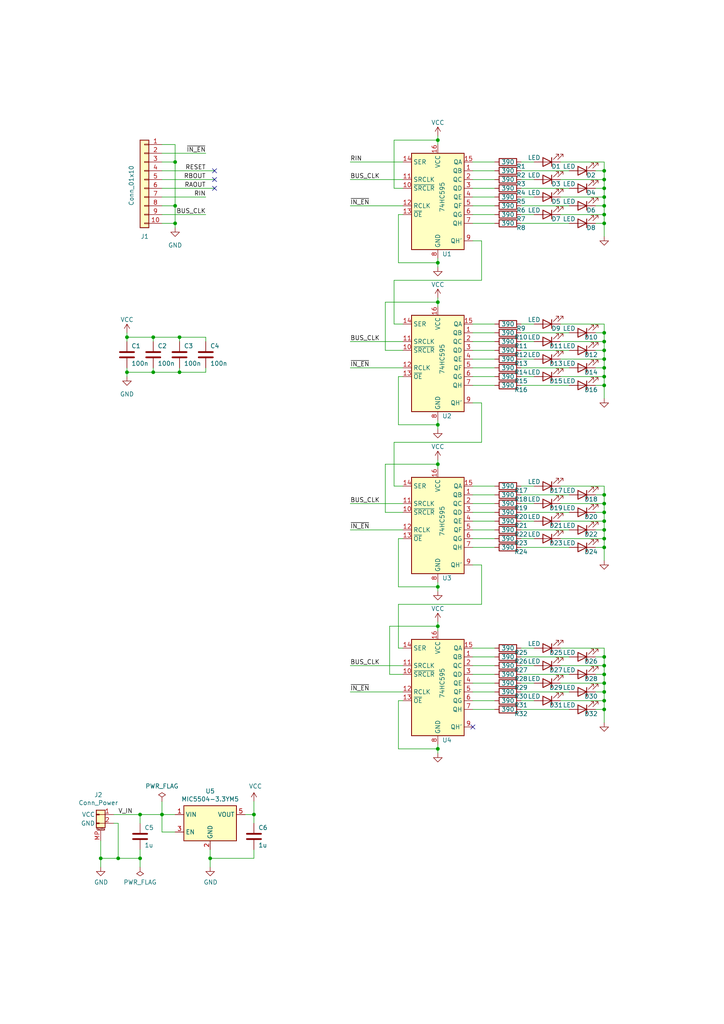
<source format=kicad_sch>
(kicad_sch (version 20211123) (generator eeschema)
  (paper "A4" portrait)
  (lib_symbols
    (symbol "74xx:74HC595"
      (property "Reference" "U" (at -7.62 13.97 0))
      (property "Value" "74HC595" (at -7.62 -16.51 0))
      (symbol "74HC595_1_0"
        (pin tri_state line (at 10.16 7.62 180) (length 2.54) (name "QB") (number "1"))
        (pin input line (at -10.16 2.54 0) (length 2.54) (name "~{SRCLR}") (number "10"))
        (pin input line (at -10.16 5.08 0) (length 2.54) (name "SRCLK") (number "11"))
        (pin input line (at -10.16 -2.54 0) (length 2.54) (name "RCLK") (number "12"))
        (pin input line (at -10.16 -5.08 0) (length 2.54) (name "~{OE}") (number "13"))
        (pin input line (at -10.16 10.16 0) (length 2.54) (name "SER") (number "14"))
        (pin tri_state line (at 10.16 10.16 180) (length 2.54) (name "QA") (number "15"))
        (pin power_in line (at 0 15.24 270) (length 2.54) (name "VCC") (number "16"))
        (pin tri_state line (at 10.16 5.08 180) (length 2.54) (name "QC") (number "2"))
        (pin tri_state line (at 10.16 2.54 180) (length 2.54) (name "QD") (number "3"))
        (pin tri_state line (at 10.16 0 180) (length 2.54) (name "QE") (number "4"))
        (pin tri_state line (at 10.16 -2.54 180) (length 2.54) (name "QF") (number "5"))
        (pin tri_state line (at 10.16 -5.08 180) (length 2.54) (name "QG") (number "6"))
        (pin tri_state line (at 10.16 -7.62 180) (length 2.54) (name "QH") (number "7"))
        (pin power_in line (at 0 -17.78 90) (length 2.54) (name "GND") (number "8"))
        (pin output line (at 10.16 -12.7 180) (length 2.54) (name "QH'") (number "9"))
      )
      (symbol "74HC595_1_1"
        (rectangle (start -7.62 12.7) (end 7.62 -15.24) (stroke (width 0.254)) (fill (type background)))
      )
    )
    (symbol "Connector_Generic:Conn_01x10" (pin_names (offset 1.016) hide)
      (property "Reference" "J" (at 0 12.7 0))
      (property "Value" "Conn_01x10" (at 0 -15.24 0))
      (symbol "Conn_01x10_1_1"
        (rectangle (start -1.27 -12.573) (end 0 -12.827) (stroke (width 0.1524)))
        (rectangle (start -1.27 -10.033) (end 0 -10.287) (stroke (width 0.1524)))
        (rectangle (start -1.27 -7.493) (end 0 -7.747) (stroke (width 0.1524)))
        (rectangle (start -1.27 -4.953) (end 0 -5.207) (stroke (width 0.1524)))
        (rectangle (start -1.27 -2.413) (end 0 -2.667) (stroke (width 0.1524)))
        (rectangle (start -1.27 0.127) (end 0 -0.127) (stroke (width 0.1524)))
        (rectangle (start -1.27 2.667) (end 0 2.413) (stroke (width 0.1524)))
        (rectangle (start -1.27 5.207) (end 0 4.953) (stroke (width 0.1524)))
        (rectangle (start -1.27 7.747) (end 0 7.493) (stroke (width 0.1524)))
        (rectangle (start -1.27 10.287) (end 0 10.033) (stroke (width 0.1524)))
        (rectangle (start -1.27 11.43) (end 1.27 -13.97) (stroke (width 0.254)) (fill (type background)))
        (pin passive line (at -5.08 10.16 0) (length 3.81) (name "Pin_1") (number "1"))
        (pin passive line (at -5.08 -12.7 0) (length 3.81) (name "Pin_10") (number "10"))
        (pin passive line (at -5.08 7.62 0) (length 3.81) (name "Pin_2") (number "2"))
        (pin passive line (at -5.08 5.08 0) (length 3.81) (name "Pin_3") (number "3"))
        (pin passive line (at -5.08 2.54 0) (length 3.81) (name "Pin_4") (number "4"))
        (pin passive line (at -5.08 0 0) (length 3.81) (name "Pin_5") (number "5"))
        (pin passive line (at -5.08 -2.54 0) (length 3.81) (name "Pin_6") (number "6"))
        (pin passive line (at -5.08 -5.08 0) (length 3.81) (name "Pin_7") (number "7"))
        (pin passive line (at -5.08 -7.62 0) (length 3.81) (name "Pin_8") (number "8"))
        (pin passive line (at -5.08 -10.16 0) (length 3.81) (name "Pin_9") (number "9"))
      )
    )
    (symbol "Device:C" (pin_numbers hide) (pin_names (offset 0.254))
      (property "Reference" "C" (at 0.635 2.54 0))
      (property "Value" "C" (at 0.635 -2.54 0))
      (symbol "C_0_1"
        (polyline (pts (xy -2.032 -0.762) (xy 2.032 -0.762)) (stroke (width 0.508)))
        (polyline (pts (xy -2.032 0.762) (xy 2.032 0.762)) (stroke (width 0.508)))
      )
      (symbol "C_1_1"
        (pin passive line (at 0 3.81 270) (length 2.794) (name "~") (number "1"))
        (pin passive line (at 0 -3.81 90) (length 2.794) (name "~") (number "2"))
      )
    )
    (symbol "Device:LED" (pin_numbers hide) (pin_names (offset 1.016) hide)
      (property "Reference" "D" (at 0 2.54 0))
      (property "Value" "LED" (at 0 -2.54 0))
      (symbol "LED_0_1"
        (polyline (pts (xy -1.27 -1.27) (xy -1.27 1.27)) (stroke (width 0.254)))
        (polyline (pts (xy -1.27 0) (xy 1.27 0)))
        (polyline (pts (xy 1.27 -1.27) (xy 1.27 1.27) (xy -1.27 0) (xy 1.27 -1.27)) (stroke (width 0.254)))
        (polyline (pts (xy -3.048 -0.762) (xy -4.572 -2.286) (xy -3.81 -2.286) (xy -4.572 -2.286) (xy -4.572 -1.524)))
        (polyline (pts (xy -1.778 -0.762) (xy -3.302 -2.286) (xy -2.54 -2.286) (xy -3.302 -2.286) (xy -3.302 -1.524)))
      )
      (symbol "LED_1_1"
        (pin passive line (at -3.81 0 0) (length 2.54) (name "K") (number "1"))
        (pin passive line (at 3.81 0 180) (length 2.54) (name "A") (number "2"))
      )
    )
    (symbol "Device:R" (pin_numbers hide) (pin_names (offset 0))
      (property "Reference" "R" (at 2.032 0 90))
      (property "Value" "R" (at 0 0 90))
      (symbol "R_0_1"
        (rectangle (start -1.016 -2.54) (end 1.016 2.54) (stroke (width 0.254)))
      )
      (symbol "R_1_1"
        (pin passive line (at 0 3.81 270) (length 1.27) (name "~") (number "1"))
        (pin passive line (at 0 -3.81 90) (length 1.27) (name "~") (number "2"))
      )
    )
    (symbol "Regulator_Linear:MIC5504-3.3YM5"
      (property "Reference" "U" (at -7.62 8.89 0))
      (property "Value" "MIC5504-3.3YM5" (at -7.62 6.35 0))
      (symbol "MIC5504-3.3YM5_0_1"
        (rectangle (start -7.62 -5.08) (end 7.62 5.08) (stroke (width 0.254)) (fill (type background)))
      )
      (symbol "MIC5504-3.3YM5_1_1"
        (pin power_in line (at -10.16 2.54 0) (length 2.54) (name "VIN") (number "1"))
        (pin power_in line (at 0 -7.62 90) (length 2.54) (name "GND") (number "2"))
        (pin input line (at -10.16 -2.54 0) (length 2.54) (name "EN") (number "3"))
        (pin no_connect line (at 7.62 -2.54 180) (length 2.54) hide (name "NC") (number "4"))
        (pin power_out line (at 10.16 2.54 180) (length 2.54) (name "VOUT") (number "5"))
      )
    )
    (symbol "power:GND" (power) (pin_names (offset 0))
      (property "Value" "GND" (at 0 -3.81 0))
      (symbol "GND_0_1"
        (polyline (pts (xy 0 0) (xy 0 -1.27) (xy 1.27 -1.27) (xy 0 -2.54) (xy -1.27 -1.27) (xy 0 -1.27)))
      )
      (symbol "GND_1_1"
        (pin power_in line (at 0 0 270) (length 0) hide (name "GND") (number "1"))
      )
    )
    (symbol "power:PWR_FLAG" (power) (pin_numbers hide) (pin_names (offset 0) hide)
      (property "Value" "PWR_FLAG" (at 0 3.81 0))
      (symbol "PWR_FLAG_0_0"
        (pin power_out line (at 0 0 90) (length 0) (name "pwr") (number "1"))
      )
      (symbol "PWR_FLAG_0_1"
        (polyline (pts (xy 0 0) (xy 0 1.27) (xy -1.016 1.905) (xy 0 2.54) (xy 1.016 1.905) (xy 0 1.27)))
      )
    )
    (symbol "power:VCC" (power) (pin_names (offset 0))
      (property "Value" "VCC" (at 0 3.81 0))
      (symbol "VCC_0_1"
        (polyline (pts (xy -0.762 1.27) (xy 0 2.54)))
        (polyline (pts (xy 0 0) (xy 0 2.54)))
        (polyline (pts (xy 0 2.54) (xy 0.762 1.27)))
      )
      (symbol "VCC_1_1"
        (pin power_in line (at 0 0 90) (length 0) hide (name "VCC") (number "1"))
      )
    )
    (symbol "riscv-serial:Conn_Power" (pin_names (offset 1.651))
      (property "Reference" "J" (at -5.08 -5.08 0))
      (property "Value" "Conn_Power" (at -7.62 0 90))
      (symbol "Conn_Power_1_1"
        (rectangle (start -1.27 2.54) (end 1.27 -2.54) (stroke (width 0.254)) (fill (type background)))
        (rectangle (start -0.4064 -1.143) (end -1.27 -1.397) (stroke (width 0.1524)) (fill (type outline)))
        (rectangle (start -0.4064 1.397) (end -1.27 1.143) (stroke (width 0.1524)) (fill (type outline)))
        (polyline (pts (xy -1.016 -3.302) (xy 1.016 -3.302)) (stroke (width 0.1524)))
        (polyline (pts (xy 0 -1.27) (xy -0.4064 -1.27)) (stroke (width 0.1524)))
        (polyline (pts (xy 0 1.27) (xy -0.4064 1.27)) (stroke (width 0.1524)))
        (text "Mounting" (at 0 -2.921 0) (effects (font (size 0.381 0.381))))
        (pin passive line (at 3.81 1.27 180) (length 3.81) (name "VCC") (number "1"))
        (pin passive line (at 3.81 -1.27 180) (length 3.81) (name "GND") (number "2"))
        (pin passive line (at 0 -6.35 90) (length 3.048) (name "~") (number "MP"))
      )
    )
  )
  (junction (at 175.26 190.5))
  (junction (at 50.8 64.77))
  (junction (at 175.26 151.13))
  (junction (at 29.21 248.92))
  (junction (at 52.07 107.95))
  (junction (at 127 181.61))
  (junction (at 175.26 205.74))
  (junction (at 175.26 101.6))
  (junction (at 127 40.64))
  (junction (at 175.26 54.61))
  (junction (at 175.26 109.22))
  (junction (at 175.26 193.04))
  (junction (at 36.83 97.79))
  (junction (at 40.64 248.92))
  (junction (at 175.26 143.51))
  (junction (at 127 76.2))
  (junction (at 175.26 62.23))
  (junction (at 175.26 203.2))
  (junction (at 175.26 158.75))
  (junction (at 175.26 106.68))
  (junction (at 36.83 107.95))
  (junction (at 40.64 236.22))
  (junction (at 52.07 97.79))
  (junction (at 175.26 148.59))
  (junction (at 175.26 104.14))
  (junction (at 175.26 52.07))
  (junction (at 50.8 46.99))
  (junction (at 175.26 195.58))
  (junction (at 60.96 248.92))
  (junction (at 44.45 97.79))
  (junction (at 175.26 153.67))
  (junction (at 73.66 236.22))
  (junction (at 127 134.62))
  (junction (at 175.26 96.52))
  (junction (at 175.26 111.76))
  (junction (at 127 217.17))
  (junction (at 44.45 107.95))
  (junction (at 175.26 156.21))
  (junction (at 34.29 248.92))
  (junction (at 127 170.18))
  (junction (at 50.8 59.69))
  (junction (at 175.26 200.66))
  (junction (at 127 123.19))
  (junction (at 175.26 59.69))
  (junction (at 46.99 236.22))
  (junction (at 175.26 49.53))
  (junction (at 175.26 57.15))
  (junction (at 175.26 198.12))
  (junction (at 175.26 99.06))
  (junction (at 127 87.63))
  (junction (at 175.26 146.05))
  (junction (at 175.26 64.77))
  (no_connect (at 62.23 49.53))
  (no_connect (at 137.16 210.82))
  (no_connect (at 62.23 54.61))
  (no_connect (at 62.23 52.07))
  (wire (pts (xy 101.6 153.67) (xy 116.84 153.67)))
  (wire (pts (xy 36.83 97.79) (xy 36.83 99.06)))
  (wire (pts (xy 44.45 107.95) (xy 52.07 107.95)))
  (wire (pts (xy 137.16 111.76) (xy 143.51 111.76)))
  (wire (pts (xy 127 87.63) (xy 127 88.9)))
  (wire (pts (xy 101.6 52.07) (xy 116.84 52.07)))
  (wire (pts (xy 175.26 146.05) (xy 175.26 148.59)))
  (wire (pts (xy 151.13 187.96) (xy 154.94 187.96)))
  (wire (pts (xy 175.26 153.67) (xy 175.26 156.21)))
  (wire (pts (xy 33.02 236.22) (xy 40.64 236.22)))
  (wire (pts (xy 114.3 128.27) (xy 114.3 140.97)))
  (wire (pts (xy 137.16 93.98) (xy 143.51 93.98)))
  (wire (pts (xy 50.8 41.91) (xy 50.8 46.99)))
  (wire (pts (xy 36.83 107.95) (xy 44.45 107.95)))
  (wire (pts (xy 162.56 104.14) (xy 175.26 104.14)))
  (wire (pts (xy 175.26 62.23) (xy 175.26 64.77)))
  (wire (pts (xy 36.83 106.68) (xy 36.83 107.95)))
  (wire (pts (xy 29.21 243.84) (xy 29.21 248.92)))
  (wire (pts (xy 175.26 57.15) (xy 175.26 59.69)))
  (wire (pts (xy 137.16 203.2) (xy 143.51 203.2)))
  (wire (pts (xy 60.96 248.92) (xy 60.96 251.46)))
  (wire (pts (xy 127 134.62) (xy 127 135.89)))
  (wire (pts (xy 151.13 64.77) (xy 165.1 64.77)))
  (wire (pts (xy 175.26 49.53) (xy 175.26 52.07)))
  (wire (pts (xy 115.57 76.2) (xy 127 76.2)))
  (wire (pts (xy 137.16 158.75) (xy 143.51 158.75)))
  (wire (pts (xy 52.07 97.79) (xy 52.07 99.06)))
  (wire (pts (xy 137.16 198.12) (xy 143.51 198.12)))
  (wire (pts (xy 127 170.18) (xy 127 171.45)))
  (wire (pts (xy 137.16 96.52) (xy 143.51 96.52)))
  (wire (pts (xy 137.16 153.67) (xy 143.51 153.67)))
  (wire (pts (xy 73.66 232.41) (xy 73.66 236.22)))
  (wire (pts (xy 151.13 54.61) (xy 165.1 54.61)))
  (wire (pts (xy 137.16 52.07) (xy 143.51 52.07)))
  (wire (pts (xy 151.13 198.12) (xy 154.94 198.12)))
  (wire (pts (xy 114.3 140.97) (xy 116.84 140.97)))
  (wire (pts (xy 114.3 40.64) (xy 127 40.64)))
  (wire (pts (xy 172.72 96.52) (xy 175.26 96.52)))
  (wire (pts (xy 137.16 69.85) (xy 139.7 69.85)))
  (wire (pts (xy 151.13 104.14) (xy 154.94 104.14)))
  (wire (pts (xy 127 74.93) (xy 127 76.2)))
  (wire (pts (xy 127 40.64) (xy 127 41.91)))
  (wire (pts (xy 162.56 140.97) (xy 175.26 140.97)))
  (wire (pts (xy 115.57 62.23) (xy 115.57 76.2)))
  (wire (pts (xy 111.76 134.62) (xy 127 134.62)))
  (wire (pts (xy 73.66 248.92) (xy 60.96 248.92)))
  (wire (pts (xy 36.83 96.52) (xy 36.83 97.79)))
  (wire (pts (xy 137.16 109.22) (xy 143.51 109.22)))
  (wire (pts (xy 151.13 156.21) (xy 154.94 156.21)))
  (wire (pts (xy 137.16 101.6) (xy 143.51 101.6)))
  (wire (pts (xy 175.26 198.12) (xy 175.26 200.66)))
  (wire (pts (xy 175.26 151.13) (xy 175.26 153.67)))
  (wire (pts (xy 127 39.37) (xy 127 40.64)))
  (wire (pts (xy 127 123.19) (xy 115.57 123.19)))
  (wire (pts (xy 175.26 46.99) (xy 175.26 49.53)))
  (wire (pts (xy 151.13 46.99) (xy 154.94 46.99)))
  (wire (pts (xy 101.6 106.68) (xy 116.84 106.68)))
  (wire (pts (xy 44.45 106.68) (xy 44.45 107.95)))
  (wire (pts (xy 50.8 64.77) (xy 50.8 66.04)))
  (wire (pts (xy 172.72 54.61) (xy 175.26 54.61)))
  (wire (pts (xy 101.6 193.04) (xy 116.84 193.04)))
  (wire (pts (xy 175.26 93.98) (xy 175.26 96.52)))
  (wire (pts (xy 175.26 96.52) (xy 175.26 99.06)))
  (wire (pts (xy 111.76 101.6) (xy 111.76 87.63)))
  (wire (pts (xy 46.99 41.91) (xy 50.8 41.91)))
  (wire (pts (xy 137.16 200.66) (xy 143.51 200.66)))
  (wire (pts (xy 172.72 153.67) (xy 175.26 153.67)))
  (wire (pts (xy 162.56 109.22) (xy 175.26 109.22)))
  (wire (pts (xy 52.07 106.68) (xy 52.07 107.95)))
  (wire (pts (xy 59.69 57.15) (xy 46.99 57.15)))
  (wire (pts (xy 46.99 52.07) (xy 62.23 52.07)))
  (wire (pts (xy 59.69 62.23) (xy 46.99 62.23)))
  (wire (pts (xy 137.16 205.74) (xy 143.51 205.74)))
  (wire (pts (xy 139.7 69.85) (xy 139.7 81.28)))
  (wire (pts (xy 151.13 200.66) (xy 165.1 200.66)))
  (wire (pts (xy 137.16 187.96) (xy 143.51 187.96)))
  (wire (pts (xy 175.26 205.74) (xy 172.72 205.74)))
  (wire (pts (xy 151.13 52.07) (xy 154.94 52.07)))
  (wire (pts (xy 172.72 143.51) (xy 175.26 143.51)))
  (wire (pts (xy 137.16 190.5) (xy 143.51 190.5)))
  (wire (pts (xy 127 217.17) (xy 115.57 217.17)))
  (wire (pts (xy 46.99 241.3) (xy 46.99 236.22)))
  (wire (pts (xy 139.7 116.84) (xy 139.7 128.27)))
  (wire (pts (xy 40.64 251.46) (xy 40.64 248.92)))
  (wire (pts (xy 59.69 107.95) (xy 59.69 106.68)))
  (wire (pts (xy 137.16 49.53) (xy 143.51 49.53)))
  (wire (pts (xy 29.21 248.92) (xy 34.29 248.92)))
  (wire (pts (xy 175.26 64.77) (xy 175.26 68.58)))
  (wire (pts (xy 127 170.18) (xy 115.57 170.18)))
  (wire (pts (xy 36.83 107.95) (xy 36.83 109.22)))
  (wire (pts (xy 59.69 97.79) (xy 59.69 99.06)))
  (wire (pts (xy 151.13 190.5) (xy 165.1 190.5)))
  (wire (pts (xy 137.16 143.51) (xy 143.51 143.51)))
  (wire (pts (xy 137.16 104.14) (xy 143.51 104.14)))
  (wire (pts (xy 115.57 175.26) (xy 115.57 187.96)))
  (wire (pts (xy 101.6 99.06) (xy 116.84 99.06)))
  (wire (pts (xy 127 217.17) (xy 127 218.44)))
  (wire (pts (xy 127 86.36) (xy 127 87.63)))
  (wire (pts (xy 162.56 193.04) (xy 175.26 193.04)))
  (wire (pts (xy 137.16 146.05) (xy 143.51 146.05)))
  (wire (pts (xy 139.7 175.26) (xy 115.57 175.26)))
  (wire (pts (xy 151.13 203.2) (xy 154.94 203.2)))
  (wire (pts (xy 73.66 238.76) (xy 73.66 236.22)))
  (wire (pts (xy 137.16 195.58) (xy 143.51 195.58)))
  (wire (pts (xy 101.6 200.66) (xy 116.84 200.66)))
  (wire (pts (xy 137.16 59.69) (xy 143.51 59.69)))
  (wire (pts (xy 44.45 97.79) (xy 44.45 99.06)))
  (wire (pts (xy 151.13 140.97) (xy 154.94 140.97)))
  (wire (pts (xy 172.72 59.69) (xy 175.26 59.69)))
  (wire (pts (xy 175.26 205.74) (xy 175.26 209.55)))
  (wire (pts (xy 36.83 97.79) (xy 44.45 97.79)))
  (wire (pts (xy 175.26 143.51) (xy 175.26 146.05)))
  (wire (pts (xy 151.13 195.58) (xy 165.1 195.58)))
  (wire (pts (xy 151.13 57.15) (xy 154.94 57.15)))
  (wire (pts (xy 34.29 248.92) (xy 40.64 248.92)))
  (wire (pts (xy 115.57 123.19) (xy 115.57 109.22)))
  (wire (pts (xy 137.16 140.97) (xy 143.51 140.97)))
  (wire (pts (xy 50.8 241.3) (xy 46.99 241.3)))
  (wire (pts (xy 46.99 54.61) (xy 62.23 54.61)))
  (wire (pts (xy 151.13 106.68) (xy 165.1 106.68)))
  (wire (pts (xy 162.56 62.23) (xy 175.26 62.23)))
  (wire (pts (xy 101.6 46.99) (xy 116.84 46.99)))
  (wire (pts (xy 40.64 238.76) (xy 40.64 236.22)))
  (wire (pts (xy 114.3 81.28) (xy 114.3 93.98)))
  (wire (pts (xy 175.26 140.97) (xy 175.26 143.51)))
  (wire (pts (xy 162.56 99.06) (xy 175.26 99.06)))
  (wire (pts (xy 46.99 232.41) (xy 46.99 236.22)))
  (wire (pts (xy 127 168.91) (xy 127 170.18)))
  (wire (pts (xy 60.96 246.38) (xy 60.96 248.92)))
  (wire (pts (xy 151.13 109.22) (xy 154.94 109.22)))
  (wire (pts (xy 175.26 148.59) (xy 175.26 151.13)))
  (wire (pts (xy 127 215.9) (xy 127 217.17)))
  (wire (pts (xy 151.13 62.23) (xy 154.94 62.23)))
  (wire (pts (xy 162.56 57.15) (xy 175.26 57.15)))
  (wire (pts (xy 50.8 59.69) (xy 46.99 59.69)))
  (wire (pts (xy 151.13 151.13) (xy 154.94 151.13)))
  (wire (pts (xy 127 181.61) (xy 127 182.88)))
  (wire (pts (xy 113.03 195.58) (xy 116.84 195.58)))
  (wire (pts (xy 127 181.61) (xy 113.03 181.61)))
  (wire (pts (xy 73.66 246.38) (xy 73.66 248.92)))
  (wire (pts (xy 162.56 146.05) (xy 175.26 146.05)))
  (wire (pts (xy 162.56 187.96) (xy 175.26 187.96)))
  (wire (pts (xy 127 77.47) (xy 127 76.2)))
  (wire (pts (xy 175.26 101.6) (xy 175.26 104.14)))
  (wire (pts (xy 175.26 64.77) (xy 172.72 64.77)))
  (wire (pts (xy 46.99 49.53) (xy 62.23 49.53)))
  (wire (pts (xy 175.26 195.58) (xy 175.26 198.12)))
  (wire (pts (xy 162.56 156.21) (xy 175.26 156.21)))
  (wire (pts (xy 115.57 217.17) (xy 115.57 203.2)))
  (wire (pts (xy 44.45 97.79) (xy 52.07 97.79)))
  (wire (pts (xy 40.64 246.38) (xy 40.64 248.92)))
  (wire (pts (xy 151.13 101.6) (xy 165.1 101.6)))
  (wire (pts (xy 137.16 156.21) (xy 143.51 156.21)))
  (wire (pts (xy 127 180.34) (xy 127 181.61)))
  (wire (pts (xy 137.16 106.68) (xy 143.51 106.68)))
  (wire (pts (xy 175.26 111.76) (xy 175.26 115.57)))
  (wire (pts (xy 127 123.19) (xy 127 124.46)))
  (wire (pts (xy 172.72 200.66) (xy 175.26 200.66)))
  (wire (pts (xy 175.26 158.75) (xy 175.26 162.56)))
  (wire (pts (xy 52.07 97.79) (xy 59.69 97.79)))
  (wire (pts (xy 175.26 59.69) (xy 175.26 62.23)))
  (wire (pts (xy 172.72 101.6) (xy 175.26 101.6)))
  (wire (pts (xy 175.26 52.07) (xy 175.26 54.61)))
  (wire (pts (xy 151.13 59.69) (xy 165.1 59.69)))
  (wire (pts (xy 34.29 238.76) (xy 34.29 248.92)))
  (wire (pts (xy 115.57 170.18) (xy 115.57 156.21)))
  (wire (pts (xy 111.76 101.6) (xy 116.84 101.6)))
  (wire (pts (xy 172.72 148.59) (xy 175.26 148.59)))
  (wire (pts (xy 137.16 193.04) (xy 143.51 193.04)))
  (wire (pts (xy 175.26 99.06) (xy 175.26 101.6)))
  (wire (pts (xy 162.56 198.12) (xy 175.26 198.12)))
  (wire (pts (xy 40.64 236.22) (xy 46.99 236.22)))
  (wire (pts (xy 46.99 236.22) (xy 50.8 236.22)))
  (wire (pts (xy 116.84 62.23) (xy 115.57 62.23)))
  (wire (pts (xy 162.56 93.98) (xy 175.26 93.98)))
  (wire (pts (xy 151.13 146.05) (xy 154.94 146.05)))
  (wire (pts (xy 111.76 87.63) (xy 127 87.63)))
  (wire (pts (xy 111.76 148.59) (xy 116.84 148.59)))
  (wire (pts (xy 151.13 193.04) (xy 154.94 193.04)))
  (wire (pts (xy 111.76 148.59) (xy 111.76 134.62)))
  (wire (pts (xy 50.8 46.99) (xy 50.8 59.69)))
  (wire (pts (xy 175.26 190.5) (xy 175.26 193.04)))
  (wire (pts (xy 172.72 195.58) (xy 175.26 195.58)))
  (wire (pts (xy 139.7 81.28) (xy 114.3 81.28)))
  (wire (pts (xy 162.56 52.07) (xy 175.26 52.07)))
  (wire (pts (xy 151.13 93.98) (xy 154.94 93.98)))
  (wire (pts (xy 175.26 104.14) (xy 175.26 106.68)))
  (wire (pts (xy 33.02 238.76) (xy 34.29 238.76)))
  (wire (pts (xy 162.56 46.99) (xy 175.26 46.99)))
  (wire (pts (xy 115.57 203.2) (xy 116.84 203.2)))
  (wire (pts (xy 151.13 111.76) (xy 165.1 111.76)))
  (wire (pts (xy 175.26 187.96) (xy 175.26 190.5)))
  (wire (pts (xy 101.6 146.05) (xy 116.84 146.05)))
  (wire (pts (xy 137.16 148.59) (xy 143.51 148.59)))
  (wire (pts (xy 115.57 187.96) (xy 116.84 187.96)))
  (wire (pts (xy 151.13 49.53) (xy 165.1 49.53)))
  (wire (pts (xy 115.57 156.21) (xy 116.84 156.21)))
  (wire (pts (xy 116.84 54.61) (xy 114.3 54.61)))
  (wire (pts (xy 162.56 151.13) (xy 175.26 151.13)))
  (wire (pts (xy 115.57 109.22) (xy 116.84 109.22)))
  (wire (pts (xy 137.16 151.13) (xy 143.51 151.13)))
  (wire (pts (xy 139.7 128.27) (xy 114.3 128.27)))
  (wire (pts (xy 175.26 106.68) (xy 175.26 109.22)))
  (wire (pts (xy 151.13 153.67) (xy 165.1 153.67)))
  (wire (pts (xy 137.16 64.77) (xy 143.51 64.77)))
  (wire (pts (xy 137.16 62.23) (xy 143.51 62.23)))
  (wire (pts (xy 52.07 107.95) (xy 59.69 107.95)))
  (wire (pts (xy 175.26 193.04) (xy 175.26 195.58)))
  (wire (pts (xy 175.26 109.22) (xy 175.26 111.76)))
  (wire (pts (xy 29.21 248.92) (xy 29.21 251.46)))
  (wire (pts (xy 127 133.35) (xy 127 134.62)))
  (wire (pts (xy 137.16 46.99) (xy 143.51 46.99)))
  (wire (pts (xy 114.3 54.61) (xy 114.3 40.64)))
  (wire (pts (xy 101.6 59.69) (xy 116.84 59.69)))
  (wire (pts (xy 114.3 93.98) (xy 116.84 93.98)))
  (wire (pts (xy 151.13 96.52) (xy 165.1 96.52)))
  (wire (pts (xy 175.26 111.76) (xy 172.72 111.76)))
  (wire (pts (xy 175.26 203.2) (xy 175.26 205.74)))
  (wire (pts (xy 137.16 116.84) (xy 139.7 116.84)))
  (wire (pts (xy 127 121.92) (xy 127 123.19)))
  (wire (pts (xy 137.16 54.61) (xy 143.51 54.61)))
  (wire (pts (xy 162.56 203.2) (xy 175.26 203.2)))
  (wire (pts (xy 175.26 156.21) (xy 175.26 158.75)))
  (wire (pts (xy 137.16 57.15) (xy 143.51 57.15)))
  (wire (pts (xy 175.26 54.61) (xy 175.26 57.15)))
  (wire (pts (xy 113.03 181.61) (xy 113.03 195.58)))
  (wire (pts (xy 151.13 99.06) (xy 154.94 99.06)))
  (wire (pts (xy 50.8 46.99) (xy 46.99 46.99)))
  (wire (pts (xy 139.7 163.83) (xy 139.7 175.26)))
  (wire (pts (xy 50.8 64.77) (xy 46.99 64.77)))
  (wire (pts (xy 151.13 158.75) (xy 165.1 158.75)))
  (wire (pts (xy 151.13 143.51) (xy 165.1 143.51)))
  (wire (pts (xy 151.13 148.59) (xy 165.1 148.59)))
  (wire (pts (xy 50.8 59.69) (xy 50.8 64.77)))
  (wire (pts (xy 172.72 106.68) (xy 175.26 106.68)))
  (wire (pts (xy 172.72 49.53) (xy 175.26 49.53)))
  (wire (pts (xy 73.66 236.22) (xy 71.12 236.22)))
  (wire (pts (xy 59.69 44.45) (xy 46.99 44.45)))
  (wire (pts (xy 175.26 200.66) (xy 175.26 203.2)))
  (wire (pts (xy 151.13 205.74) (xy 165.1 205.74)))
  (wire (pts (xy 137.16 163.83) (xy 139.7 163.83)))
  (wire (pts (xy 172.72 190.5) (xy 175.26 190.5)))
  (wire (pts (xy 137.16 99.06) (xy 143.51 99.06)))
  (wire (pts (xy 175.26 158.75) (xy 172.72 158.75)))
  (label "BUS_CLK" (at 101.6 52.07 0))
  (label "~{IN_EN}" (at 101.6 200.66 0))
  (label "RIN" (at 59.69 57.15 180))
  (label "~{IN_EN}" (at 101.6 106.68 0))
  (label "RIN" (at 101.6 46.99 0))
  (label "BUS_CLK" (at 101.6 146.05 0))
  (label "~{IN_EN}" (at 101.6 59.69 0))
  (label "RESET" (at 59.69 49.53 180))
  (label "V_IN" (at 34.29 236.22 0))
  (label "BUS_CLK" (at 101.6 99.06 0))
  (label "BUS_CLK" (at 59.69 62.23 180))
  (label "RAOUT" (at 59.69 54.61 180))
  (label "BUS_CLK" (at 101.6 193.04 0))
  (label "RBOUT" (at 59.69 52.07 180))
  (label "~{IN_EN}" (at 101.6 153.67 0))
  (label "~{IN_EN}" (at 59.69 44.45 180))
  (symbol (lib_id "Device:R") (at 147.32 190.5 90) (unit 1)
    (property "Reference" "R26" (at 151.13 191.77 90))
    (property "Value" "390" (at 147.32 190.5 90))
    (property "Footprint" "Resistor_SMD:R_0805_2012Metric_Pad1.20x1.40mm_HandSolder" (effects hide))
  )
  (symbol (lib_id "Device:LED") (at 158.75 104.14 180) (unit 1)
    (property "Reference" "D13" (at 161.29 105.41 0))
    (property "Value" "LED" (at 154.94 102.87 0))
    (property "Footprint" "LED_SMD:LED_0805_2012Metric_Pad1.15x1.40mm_HandSolder" (effects hide))
  )
  (symbol (lib_id "Device:R") (at 147.32 200.66 90) (unit 1)
    (property "Reference" "R30" (at 151.13 201.93 90))
    (property "Value" "390" (at 147.32 200.66 90))
    (property "Footprint" "Resistor_SMD:R_0805_2012Metric_Pad1.20x1.40mm_HandSolder" (effects hide))
  )
  (symbol (lib_id "74xx:74HC595") (at 127 198.12 0) (unit 1)
    (property "Reference" "U4" (at 128.27 214.63 0) (effects (justify left)))
    (property "Value" "74HC595" (at 128.27 198.12 90))
    (property "Footprint" "Package_SO:SOIC-16_3.9x9.9mm_P1.27mm" (effects hide))
    (property "Datasheet" "http://www.ti.com/lit/ds/symlink/sn74hc595.pdf" (effects hide))
  )
  (symbol (lib_id "Device:C") (at 59.69 102.87 0) (unit 1)
    (property "Reference" "C4" (at 60.96 100.33 0) (effects (justify left)))
    (property "Value" "100n" (at 60.96 105.41 0) (effects (justify left)))
    (property "Footprint" "Capacitor_SMD:C_0805_2012Metric_Pad1.18x1.45mm_HandSolder" (effects hide))
  )
  (symbol (lib_id "Device:R") (at 147.32 148.59 90) (unit 1)
    (property "Reference" "R20" (at 151.13 149.86 90))
    (property "Value" "390" (at 147.32 148.59 90))
    (property "Footprint" "Resistor_SMD:R_0805_2012Metric_Pad1.20x1.40mm_HandSolder" (effects hide))
  )
  (symbol (lib_id "power:VCC") (at 127 180.34 0) (unit 1)
    (property "Reference" "#PWR010" (effects hide))
    (property "Value" "VCC" (at 127 176.53 0))
  )
  (symbol (lib_id "Device:LED") (at 158.75 52.07 180) (unit 1)
    (property "Reference" "D3" (at 161.29 53.34 0))
    (property "Value" "LED" (at 154.94 50.8 0))
    (property "Footprint" "LED_SMD:LED_0805_2012Metric_Pad1.15x1.40mm_HandSolder" (effects hide))
  )
  (symbol (lib_id "power:PWR_FLAG") (at 40.64 251.46 180) (unit 1)
    (property "Reference" "#FLG02" (effects hide))
    (property "Value" "PWR_FLAG" (at 40.64 255.8542 0))
  )
  (symbol (lib_id "Device:R") (at 147.32 205.74 90) (unit 1)
    (property "Reference" "R32" (at 151.13 207.01 90))
    (property "Value" "390" (at 147.32 205.74 90))
    (property "Footprint" "Resistor_SMD:R_0805_2012Metric_Pad1.20x1.40mm_HandSolder" (effects hide))
  )
  (symbol (lib_id "Device:R") (at 147.32 99.06 90) (unit 1)
    (property "Reference" "R11" (at 151.13 100.33 90))
    (property "Value" "390" (at 147.32 99.06 90))
    (property "Footprint" "Resistor_SMD:R_0805_2012Metric_Pad1.20x1.40mm_HandSolder" (effects hide))
  )
  (symbol (lib_id "Device:LED") (at 168.91 106.68 180) (unit 1)
    (property "Reference" "D14" (at 171.45 107.95 0))
    (property "Value" "LED" (at 165.1 105.41 0))
    (property "Footprint" "LED_SMD:LED_0805_2012Metric_Pad1.15x1.40mm_HandSolder" (effects hide))
  )
  (symbol (lib_id "Device:R") (at 147.32 93.98 90) (unit 1)
    (property "Reference" "R9" (at 151.13 95.25 90))
    (property "Value" "390" (at 147.32 93.98 90))
    (property "Footprint" "Resistor_SMD:R_0805_2012Metric_Pad1.20x1.40mm_HandSolder" (effects hide))
  )
  (symbol (lib_id "Device:R") (at 147.32 57.15 90) (unit 1)
    (property "Reference" "R5" (at 151.13 58.42 90))
    (property "Value" "390" (at 147.32 57.15 90))
    (property "Footprint" "Resistor_SMD:R_0805_2012Metric_Pad1.20x1.40mm_HandSolder" (effects hide))
  )
  (symbol (lib_id "Device:LED") (at 168.91 96.52 180) (unit 1)
    (property "Reference" "D10" (at 171.45 97.79 0))
    (property "Value" "LED" (at 165.1 95.25 0))
    (property "Footprint" "LED_SMD:LED_0805_2012Metric_Pad1.15x1.40mm_HandSolder" (effects hide))
  )
  (symbol (lib_id "Device:LED") (at 158.75 187.96 180) (unit 1)
    (property "Reference" "D25" (at 161.29 189.23 0))
    (property "Value" "LED" (at 154.94 186.69 0))
    (property "Footprint" "LED_SMD:LED_0805_2012Metric_Pad1.15x1.40mm_HandSolder" (effects hide))
  )
  (symbol (lib_id "Device:LED") (at 158.75 109.22 180) (unit 1)
    (property "Reference" "D15" (at 161.29 110.49 0))
    (property "Value" "LED" (at 154.94 107.95 0))
    (property "Footprint" "LED_SMD:LED_0805_2012Metric_Pad1.15x1.40mm_HandSolder" (effects hide))
  )
  (symbol (lib_id "power:VCC") (at 127 133.35 0) (unit 1)
    (property "Reference" "#PWR08" (effects hide))
    (property "Value" "VCC" (at 127 129.54 0))
  )
  (symbol (lib_id "Device:R") (at 147.32 62.23 90) (unit 1)
    (property "Reference" "R7" (at 151.13 63.5 90))
    (property "Value" "390" (at 147.32 62.23 90))
    (property "Footprint" "Resistor_SMD:R_0805_2012Metric_Pad1.20x1.40mm_HandSolder" (effects hide))
  )
  (symbol (lib_id "power:GND") (at 60.96 251.46 0) (unit 1)
    (property "Reference" "#PWR014" (effects hide))
    (property "Value" "GND" (at 61.087 255.8542 0))
  )
  (symbol (lib_id "riscv-serial:Conn_Power") (at 29.21 237.49 0) (unit 1)
    (property "Reference" "J2" (at 28.5242 230.505 0))
    (property "Value" "Conn_Power" (at 28.5242 232.8164 0))
    (property "Footprint" "Connector_JST:JST_PH_S2B-PH-SM4-TB_1x02-1MP_P2.00mm_Horizontal" (effects hide))
  )
  (symbol (lib_id "Device:R") (at 147.32 203.2 90) (unit 1)
    (property "Reference" "R31" (at 151.13 204.47 90))
    (property "Value" "390" (at 147.32 203.2 90))
    (property "Footprint" "Resistor_SMD:R_0805_2012Metric_Pad1.20x1.40mm_HandSolder" (effects hide))
  )
  (symbol (lib_id "Device:R") (at 147.32 198.12 90) (unit 1)
    (property "Reference" "R29" (at 151.13 199.39 90))
    (property "Value" "390" (at 147.32 198.12 90))
    (property "Footprint" "Resistor_SMD:R_0805_2012Metric_Pad1.20x1.40mm_HandSolder" (effects hide))
  )
  (symbol (lib_id "Device:R") (at 147.32 104.14 90) (unit 1)
    (property "Reference" "R13" (at 151.13 105.41 90))
    (property "Value" "390" (at 147.32 104.14 90))
    (property "Footprint" "Resistor_SMD:R_0805_2012Metric_Pad1.20x1.40mm_HandSolder" (effects hide))
  )
  (symbol (lib_id "Device:R") (at 147.32 106.68 90) (unit 1)
    (property "Reference" "R14" (at 151.13 107.95 90))
    (property "Value" "390" (at 147.32 106.68 90))
    (property "Footprint" "Resistor_SMD:R_0805_2012Metric_Pad1.20x1.40mm_HandSolder" (effects hide))
  )
  (symbol (lib_id "Device:R") (at 147.32 187.96 90) (unit 1)
    (property "Reference" "R25" (at 151.13 189.23 90))
    (property "Value" "390" (at 147.32 187.96 90))
    (property "Footprint" "Resistor_SMD:R_0805_2012Metric_Pad1.20x1.40mm_HandSolder" (effects hide))
  )
  (symbol (lib_id "Device:LED") (at 168.91 59.69 180) (unit 1)
    (property "Reference" "D6" (at 171.45 60.96 0))
    (property "Value" "LED" (at 165.1 58.42 0))
    (property "Footprint" "LED_SMD:LED_0805_2012Metric_Pad1.15x1.40mm_HandSolder" (effects hide))
  )
  (symbol (lib_id "Device:LED") (at 158.75 193.04 180) (unit 1)
    (property "Reference" "D27" (at 161.29 194.31 0))
    (property "Value" "LED" (at 154.94 191.77 0))
    (property "Footprint" "LED_SMD:LED_0805_2012Metric_Pad1.15x1.40mm_HandSolder" (effects hide))
  )
  (symbol (lib_id "Device:R") (at 147.32 140.97 90) (unit 1)
    (property "Reference" "R17" (at 151.13 142.24 90))
    (property "Value" "390" (at 147.32 140.97 90))
    (property "Footprint" "Resistor_SMD:R_0805_2012Metric_Pad1.20x1.40mm_HandSolder" (effects hide))
  )
  (symbol (lib_id "Device:R") (at 147.32 96.52 90) (unit 1)
    (property "Reference" "R10" (at 151.13 97.79 90))
    (property "Value" "390" (at 147.32 96.52 90))
    (property "Footprint" "Resistor_SMD:R_0805_2012Metric_Pad1.20x1.40mm_HandSolder" (effects hide))
  )
  (symbol (lib_id "Device:LED") (at 158.75 203.2 180) (unit 1)
    (property "Reference" "D31" (at 161.29 204.47 0))
    (property "Value" "LED" (at 154.94 201.93 0))
    (property "Footprint" "LED_SMD:LED_0805_2012Metric_Pad1.15x1.40mm_HandSolder" (effects hide))
  )
  (symbol (lib_id "Device:LED") (at 168.91 190.5 180) (unit 1)
    (property "Reference" "D26" (at 171.45 191.77 0))
    (property "Value" "LED" (at 165.1 189.23 0))
    (property "Footprint" "LED_SMD:LED_0805_2012Metric_Pad1.15x1.40mm_HandSolder" (effects hide))
  )
  (symbol (lib_id "power:GND") (at 175.26 68.58 0) (unit 1)
    (property "Reference" "#PWR0104" (effects hide))
    (property "Value" "GND" (effects hide))
  )
  (symbol (lib_id "Device:R") (at 147.32 64.77 90) (unit 1)
    (property "Reference" "R8" (at 151.13 66.04 90))
    (property "Value" "390" (at 147.32 64.77 90))
    (property "Footprint" "Resistor_SMD:R_0805_2012Metric_Pad1.20x1.40mm_HandSolder" (effects hide))
  )
  (symbol (lib_id "Device:R") (at 147.32 46.99 90) (unit 1)
    (property "Reference" "R1" (at 151.13 48.26 90))
    (property "Value" "390" (at 147.32 46.99 90))
    (property "Footprint" "Resistor_SMD:R_0805_2012Metric_Pad1.20x1.40mm_HandSolder" (effects hide))
  )
  (symbol (lib_id "Device:R") (at 147.32 52.07 90) (unit 1)
    (property "Reference" "R3" (at 151.13 53.34 90))
    (property "Value" "390" (at 147.32 52.07 90))
    (property "Footprint" "Resistor_SMD:R_0805_2012Metric_Pad1.20x1.40mm_HandSolder" (effects hide))
  )
  (symbol (lib_id "Device:C") (at 36.83 102.87 0) (unit 1)
    (property "Reference" "C1" (at 38.1 100.33 0) (effects (justify left)))
    (property "Value" "100n" (at 38.1 105.41 0) (effects (justify left)))
    (property "Footprint" "Capacitor_SMD:C_0805_2012Metric_Pad1.18x1.45mm_HandSolder" (effects hide))
  )
  (symbol (lib_id "Device:R") (at 147.32 193.04 90) (unit 1)
    (property "Reference" "R27" (at 151.13 194.31 90))
    (property "Value" "390" (at 147.32 193.04 90))
    (property "Footprint" "Resistor_SMD:R_0805_2012Metric_Pad1.20x1.40mm_HandSolder" (effects hide))
  )
  (symbol (lib_id "Device:LED") (at 158.75 99.06 180) (unit 1)
    (property "Reference" "D11" (at 161.29 100.33 0))
    (property "Value" "LED" (at 154.94 97.79 0))
    (property "Footprint" "LED_SMD:LED_0805_2012Metric_Pad1.15x1.40mm_HandSolder" (effects hide))
  )
  (symbol (lib_id "Device:LED") (at 168.91 200.66 180) (unit 1)
    (property "Reference" "D30" (at 171.45 201.93 0))
    (property "Value" "LED" (at 165.1 199.39 0))
    (property "Footprint" "LED_SMD:LED_0805_2012Metric_Pad1.15x1.40mm_HandSolder" (effects hide))
  )
  (symbol (lib_id "Device:LED") (at 168.91 143.51 180) (unit 1)
    (property "Reference" "D18" (at 171.45 144.78 0))
    (property "Value" "LED" (at 165.1 142.24 0))
    (property "Footprint" "LED_SMD:LED_0805_2012Metric_Pad1.15x1.40mm_HandSolder" (effects hide))
  )
  (symbol (lib_id "power:GND") (at 36.83 109.22 0) (mirror y) (unit 1)
    (property "Reference" "#PWR06" (effects hide))
    (property "Value" "GND" (at 36.83 114.3 0))
  )
  (symbol (lib_id "Device:R") (at 147.32 54.61 90) (unit 1)
    (property "Reference" "R4" (at 151.13 55.88 90))
    (property "Value" "390" (at 147.32 54.61 90))
    (property "Footprint" "Resistor_SMD:R_0805_2012Metric_Pad1.20x1.40mm_HandSolder" (effects hide))
  )
  (symbol (lib_id "Device:LED") (at 158.75 156.21 180) (unit 1)
    (property "Reference" "D23" (at 161.29 157.48 0))
    (property "Value" "LED" (at 154.94 154.94 0))
    (property "Footprint" "LED_SMD:LED_0805_2012Metric_Pad1.15x1.40mm_HandSolder" (effects hide))
  )
  (symbol (lib_id "Device:R") (at 147.32 195.58 90) (unit 1)
    (property "Reference" "R28" (at 151.13 196.85 90))
    (property "Value" "390" (at 147.32 195.58 90))
    (property "Footprint" "Resistor_SMD:R_0805_2012Metric_Pad1.20x1.40mm_HandSolder" (effects hide))
  )
  (symbol (lib_id "Device:R") (at 147.32 158.75 90) (unit 1)
    (property "Reference" "R24" (at 151.13 160.02 90))
    (property "Value" "390" (at 147.32 158.75 90))
    (property "Footprint" "Resistor_SMD:R_0805_2012Metric_Pad1.20x1.40mm_HandSolder" (effects hide))
  )
  (symbol (lib_id "Device:LED") (at 158.75 198.12 180) (unit 1)
    (property "Reference" "D29" (at 161.29 199.39 0))
    (property "Value" "LED" (at 154.94 196.85 0))
    (property "Footprint" "LED_SMD:LED_0805_2012Metric_Pad1.15x1.40mm_HandSolder" (effects hide))
  )
  (symbol (lib_id "power:VCC") (at 127 39.37 0) (unit 1)
    (property "Reference" "#PWR01" (effects hide))
    (property "Value" "VCC" (at 127 35.56 0))
  )
  (symbol (lib_id "74xx:74HC595") (at 127 104.14 0) (unit 1)
    (property "Reference" "U2" (at 128.27 120.65 0) (effects (justify left)))
    (property "Value" "74HC595" (at 128.27 104.14 90))
    (property "Footprint" "Package_SO:SOIC-16_3.9x9.9mm_P1.27mm" (effects hide))
    (property "Datasheet" "http://www.ti.com/lit/ds/symlink/sn74hc595.pdf" (effects hide))
  )
  (symbol (lib_id "power:GND") (at 127 218.44 0) (unit 1)
    (property "Reference" "#PWR011" (effects hide))
    (property "Value" "GND" (effects hide))
  )
  (symbol (lib_id "Device:LED") (at 158.75 151.13 180) (unit 1)
    (property "Reference" "D21" (at 161.29 152.4 0))
    (property "Value" "LED" (at 154.94 149.86 0))
    (property "Footprint" "LED_SMD:LED_0805_2012Metric_Pad1.15x1.40mm_HandSolder" (effects hide))
  )
  (symbol (lib_id "74xx:74HC595") (at 127 151.13 0) (unit 1)
    (property "Reference" "U3" (at 128.27 167.64 0) (effects (justify left)))
    (property "Value" "74HC595" (at 128.27 151.13 90))
    (property "Footprint" "Package_SO:SOIC-16_3.9x9.9mm_P1.27mm" (effects hide))
    (property "Datasheet" "http://www.ti.com/lit/ds/symlink/sn74hc595.pdf" (effects hide))
  )
  (symbol (lib_id "Device:R") (at 147.32 49.53 90) (unit 1)
    (property "Reference" "R2" (at 151.13 50.8 90))
    (property "Value" "390" (at 147.32 49.53 90))
    (property "Footprint" "Resistor_SMD:R_0805_2012Metric_Pad1.20x1.40mm_HandSolder" (effects hide))
  )
  (symbol (lib_id "power:GND") (at 127 77.47 0) (unit 1)
    (property "Reference" "#PWR03" (effects hide))
    (property "Value" "GND" (effects hide))
  )
  (symbol (lib_id "Device:LED") (at 168.91 101.6 180) (unit 1)
    (property "Reference" "D12" (at 171.45 102.87 0))
    (property "Value" "LED" (at 165.1 100.33 0))
    (property "Footprint" "LED_SMD:LED_0805_2012Metric_Pad1.15x1.40mm_HandSolder" (effects hide))
  )
  (symbol (lib_id "Device:R") (at 147.32 109.22 90) (unit 1)
    (property "Reference" "R15" (at 151.13 110.49 90))
    (property "Value" "390" (at 147.32 109.22 90))
    (property "Footprint" "Resistor_SMD:R_0805_2012Metric_Pad1.20x1.40mm_HandSolder" (effects hide))
  )
  (symbol (lib_id "Regulator_Linear:MIC5504-3.3YM5") (at 60.96 238.76 0) (unit 1)
    (property "Reference" "U5" (at 60.96 229.4382 0))
    (property "Value" "MIC5504-3.3YM5" (at 60.96 231.7496 0))
    (property "Footprint" "Package_TO_SOT_SMD:SOT-23-5_HandSoldering" (effects hide))
    (property "Datasheet" "http://ww1.microchip.com/downloads/en/DeviceDoc/MIC550X.pdf" (effects hide))
  )
  (symbol (lib_id "power:VCC") (at 127 86.36 0) (unit 1)
    (property "Reference" "#PWR04" (effects hide))
    (property "Value" "VCC" (at 127 82.55 0))
  )
  (symbol (lib_id "Device:LED") (at 168.91 205.74 180) (unit 1)
    (property "Reference" "D32" (at 171.45 207.01 0))
    (property "Value" "LED" (at 165.1 204.47 0))
    (property "Footprint" "LED_SMD:LED_0805_2012Metric_Pad1.15x1.40mm_HandSolder" (effects hide))
  )
  (symbol (lib_id "Device:LED") (at 158.75 146.05 180) (unit 1)
    (property "Reference" "D19" (at 161.29 147.32 0))
    (property "Value" "LED" (at 154.94 144.78 0))
    (property "Footprint" "LED_SMD:LED_0805_2012Metric_Pad1.15x1.40mm_HandSolder" (effects hide))
  )
  (symbol (lib_id "Device:LED") (at 168.91 49.53 180) (unit 1)
    (property "Reference" "D2" (at 171.45 50.8 0))
    (property "Value" "LED" (at 165.1 48.26 0))
    (property "Footprint" "LED_SMD:LED_0805_2012Metric_Pad1.15x1.40mm_HandSolder" (effects hide))
  )
  (symbol (lib_id "Device:LED") (at 158.75 140.97 180) (unit 1)
    (property "Reference" "D17" (at 161.29 142.24 0))
    (property "Value" "LED" (at 154.94 139.7 0))
    (property "Footprint" "LED_SMD:LED_0805_2012Metric_Pad1.15x1.40mm_HandSolder" (effects hide))
  )
  (symbol (lib_id "74xx:74HC595") (at 127 57.15 0) (unit 1)
    (property "Reference" "U1" (at 128.27 73.66 0) (effects (justify left)))
    (property "Value" "74HC595" (at 128.27 57.15 90))
    (property "Footprint" "Package_SO:SOIC-16_3.9x9.9mm_P1.27mm" (effects hide))
    (property "Datasheet" "http://www.ti.com/lit/ds/symlink/sn74hc595.pdf" (effects hide))
  )
  (symbol (lib_id "Device:R") (at 147.32 143.51 90) (unit 1)
    (property "Reference" "R18" (at 151.13 144.78 90))
    (property "Value" "390" (at 147.32 143.51 90))
    (property "Footprint" "Resistor_SMD:R_0805_2012Metric_Pad1.20x1.40mm_HandSolder" (effects hide))
  )
  (symbol (lib_id "Device:R") (at 147.32 153.67 90) (unit 1)
    (property "Reference" "R22" (at 151.13 154.94 90))
    (property "Value" "390" (at 147.32 153.67 90))
    (property "Footprint" "Resistor_SMD:R_0805_2012Metric_Pad1.20x1.40mm_HandSolder" (effects hide))
  )
  (symbol (lib_id "Device:LED") (at 158.75 57.15 180) (unit 1)
    (property "Reference" "D5" (at 161.29 58.42 0))
    (property "Value" "LED" (at 154.94 55.88 0))
    (property "Footprint" "LED_SMD:LED_0805_2012Metric_Pad1.15x1.40mm_HandSolder" (effects hide))
  )
  (symbol (lib_id "Device:LED") (at 158.75 62.23 180) (unit 1)
    (property "Reference" "D7" (at 161.29 63.5 0))
    (property "Value" "LED" (at 154.94 60.96 0))
    (property "Footprint" "LED_SMD:LED_0805_2012Metric_Pad1.15x1.40mm_HandSolder" (effects hide))
  )
  (symbol (lib_id "power:VCC") (at 73.66 232.41 0) (unit 1)
    (property "Reference" "#PWR012" (effects hide))
    (property "Value" "VCC" (at 74.0918 228.0158 0))
  )
  (symbol (lib_id "power:GND") (at 175.26 115.57 0) (unit 1)
    (property "Reference" "#PWR0102" (effects hide))
    (property "Value" "GND" (effects hide))
  )
  (symbol (lib_id "Device:C") (at 73.66 242.57 0) (unit 1)
    (property "Reference" "C6" (at 74.93 240.03 0) (effects (justify left)))
    (property "Value" "1u" (at 74.93 245.11 0) (effects (justify left)))
    (property "Footprint" "Capacitor_SMD:C_0805_2012Metric_Pad1.18x1.45mm_HandSolder" (effects hide))
  )
  (symbol (lib_id "power:GND") (at 127 171.45 0) (unit 1)
    (property "Reference" "#PWR09" (effects hide))
    (property "Value" "GND" (effects hide))
  )
  (symbol (lib_id "power:GND") (at 50.8 66.04 0) (mirror y) (unit 1)
    (property "Reference" "#PWR02" (effects hide))
    (property "Value" "GND" (at 50.8 71.12 0))
  )
  (symbol (lib_id "power:GND") (at 127 124.46 0) (unit 1)
    (property "Reference" "#PWR07" (effects hide))
    (property "Value" "GND" (effects hide))
  )
  (symbol (lib_id "power:GND") (at 29.21 251.46 0) (unit 1)
    (property "Reference" "#PWR013" (effects hide))
    (property "Value" "GND" (at 29.337 255.8542 0))
  )
  (symbol (lib_id "Device:C") (at 52.07 102.87 0) (unit 1)
    (property "Reference" "C3" (at 53.34 100.33 0) (effects (justify left)))
    (property "Value" "100n" (at 53.34 105.41 0) (effects (justify left)))
    (property "Footprint" "Capacitor_SMD:C_0805_2012Metric_Pad1.18x1.45mm_HandSolder" (effects hide))
  )
  (symbol (lib_id "power:GND") (at 175.26 209.55 0) (unit 1)
    (property "Reference" "#PWR0103" (effects hide))
    (property "Value" "GND" (effects hide))
  )
  (symbol (lib_id "power:GND") (at 175.26 162.56 0) (unit 1)
    (property "Reference" "#PWR0101" (effects hide))
    (property "Value" "GND" (effects hide))
  )
  (symbol (lib_id "Device:LED") (at 158.75 93.98 180) (unit 1)
    (property "Reference" "D9" (at 161.29 95.25 0))
    (property "Value" "LED" (at 154.94 92.71 0))
    (property "Footprint" "LED_SMD:LED_0805_2012Metric_Pad1.15x1.40mm_HandSolder" (effects hide))
  )
  (symbol (lib_id "Device:R") (at 147.32 151.13 90) (unit 1)
    (property "Reference" "R21" (at 151.13 152.4 90))
    (property "Value" "390" (at 147.32 151.13 90))
    (property "Footprint" "Resistor_SMD:R_0805_2012Metric_Pad1.20x1.40mm_HandSolder" (effects hide))
  )
  (symbol (lib_id "Device:R") (at 147.32 111.76 90) (unit 1)
    (property "Reference" "R16" (at 151.13 113.03 90))
    (property "Value" "390" (at 147.32 111.76 90))
    (property "Footprint" "Resistor_SMD:R_0805_2012Metric_Pad1.20x1.40mm_HandSolder" (effects hide))
  )
  (symbol (lib_id "Device:LED") (at 168.91 54.61 180) (unit 1)
    (property "Reference" "D4" (at 171.45 55.88 0))
    (property "Value" "LED" (at 165.1 53.34 0))
    (property "Footprint" "LED_SMD:LED_0805_2012Metric_Pad1.15x1.40mm_HandSolder" (effects hide))
  )
  (symbol (lib_id "Device:LED") (at 168.91 111.76 180) (unit 1)
    (property "Reference" "D16" (at 171.45 113.03 0))
    (property "Value" "LED" (at 165.1 110.49 0))
    (property "Footprint" "LED_SMD:LED_0805_2012Metric_Pad1.15x1.40mm_HandSolder" (effects hide))
  )
  (symbol (lib_id "Device:LED") (at 168.91 158.75 180) (unit 1)
    (property "Reference" "D24" (at 171.45 160.02 0))
    (property "Value" "LED" (at 165.1 157.48 0))
    (property "Footprint" "LED_SMD:LED_0805_2012Metric_Pad1.15x1.40mm_HandSolder" (effects hide))
  )
  (symbol (lib_id "Device:LED") (at 168.91 148.59 180) (unit 1)
    (property "Reference" "D20" (at 171.45 149.86 0))
    (property "Value" "LED" (at 165.1 147.32 0))
    (property "Footprint" "LED_SMD:LED_0805_2012Metric_Pad1.15x1.40mm_HandSolder" (effects hide))
  )
  (symbol (lib_id "power:PWR_FLAG") (at 46.99 232.41 0) (unit 1)
    (property "Reference" "#FLG01" (effects hide))
    (property "Value" "PWR_FLAG" (at 46.99 227.9904 0))
  )
  (symbol (lib_id "Device:LED") (at 168.91 153.67 180) (unit 1)
    (property "Reference" "D22" (at 171.45 154.94 0))
    (property "Value" "LED" (at 165.1 152.4 0))
    (property "Footprint" "LED_SMD:LED_0805_2012Metric_Pad1.15x1.40mm_HandSolder" (effects hide))
  )
  (symbol (lib_id "Device:R") (at 147.32 101.6 90) (unit 1)
    (property "Reference" "R12" (at 151.13 102.87 90))
    (property "Value" "390" (at 147.32 101.6 90))
    (property "Footprint" "Resistor_SMD:R_0805_2012Metric_Pad1.20x1.40mm_HandSolder" (effects hide))
  )
  (symbol (lib_id "Device:LED") (at 158.75 46.99 180) (unit 1)
    (property "Reference" "D1" (at 161.29 48.26 0))
    (property "Value" "LED" (at 154.94 45.72 0))
    (property "Footprint" "LED_SMD:LED_0805_2012Metric_Pad1.15x1.40mm_HandSolder" (effects hide))
  )
  (symbol (lib_id "Device:LED") (at 168.91 195.58 180) (unit 1)
    (property "Reference" "D28" (at 171.45 196.85 0))
    (property "Value" "LED" (at 165.1 194.31 0))
    (property "Footprint" "LED_SMD:LED_0805_2012Metric_Pad1.15x1.40mm_HandSolder" (effects hide))
  )
  (symbol (lib_id "Connector_Generic:Conn_01x10") (at 41.91 52.07 0) (mirror y) (unit 1)
    (property "Reference" "J1" (at 43.18 68.58 0) (effects (justify left)))
    (property "Value" "Conn_01x10" (at 38.1 59.69 90) (effects (justify left)))
    (property "Footprint" "Connector_IDC:IDC-Header_2x05_P2.54mm_Vertical" (effects hide))
  )
  (symbol (lib_id "power:VCC") (at 36.83 96.52 0) (unit 1)
    (property "Reference" "#PWR05" (effects hide))
    (property "Value" "VCC" (at 36.83 92.71 0))
  )
  (symbol (lib_id "Device:C") (at 44.45 102.87 0) (unit 1)
    (property "Reference" "C2" (at 45.72 100.33 0) (effects (justify left)))
    (property "Value" "100n" (at 45.72 105.41 0) (effects (justify left)))
    (property "Footprint" "Capacitor_SMD:C_0805_2012Metric_Pad1.18x1.45mm_HandSolder" (effects hide))
  )
  (symbol (lib_id "Device:R") (at 147.32 59.69 90) (unit 1)
    (property "Reference" "R6" (at 151.13 60.96 90))
    (property "Value" "390" (at 147.32 59.69 90))
    (property "Footprint" "Resistor_SMD:R_0805_2012Metric_Pad1.20x1.40mm_HandSolder" (effects hide))
  )
  (symbol (lib_id "Device:LED") (at 168.91 64.77 180) (unit 1)
    (property "Reference" "D8" (at 171.45 66.04 0))
    (property "Value" "LED" (at 165.1 63.5 0))
    (property "Footprint" "LED_SMD:LED_0805_2012Metric_Pad1.15x1.40mm_HandSolder" (effects hide))
  )
  (symbol (lib_id "Device:R") (at 147.32 146.05 90) (unit 1)
    (property "Reference" "R19" (at 151.13 147.32 90))
    (property "Value" "390" (at 147.32 146.05 90))
    (property "Footprint" "Resistor_SMD:R_0805_2012Metric_Pad1.20x1.40mm_HandSolder" (effects hide))
  )
  (symbol (lib_id "Device:C") (at 40.64 242.57 0) (unit 1)
    (property "Reference" "C5" (at 41.91 240.03 0) (effects (justify left)))
    (property "Value" "1u" (at 41.91 245.11 0) (effects (justify left)))
    (property "Footprint" "Capacitor_SMD:C_0805_2012Metric_Pad1.18x1.45mm_HandSolder" (effects hide))
  )
  (symbol (lib_id "Device:R") (at 147.32 156.21 90) (unit 1)
    (property "Reference" "R23" (at 151.13 157.48 90))
    (property "Value" "390" (at 147.32 156.21 90))
    (property "Footprint" "Resistor_SMD:R_0805_2012Metric_Pad1.20x1.40mm_HandSolder" (effects hide))
  )
)
</source>
